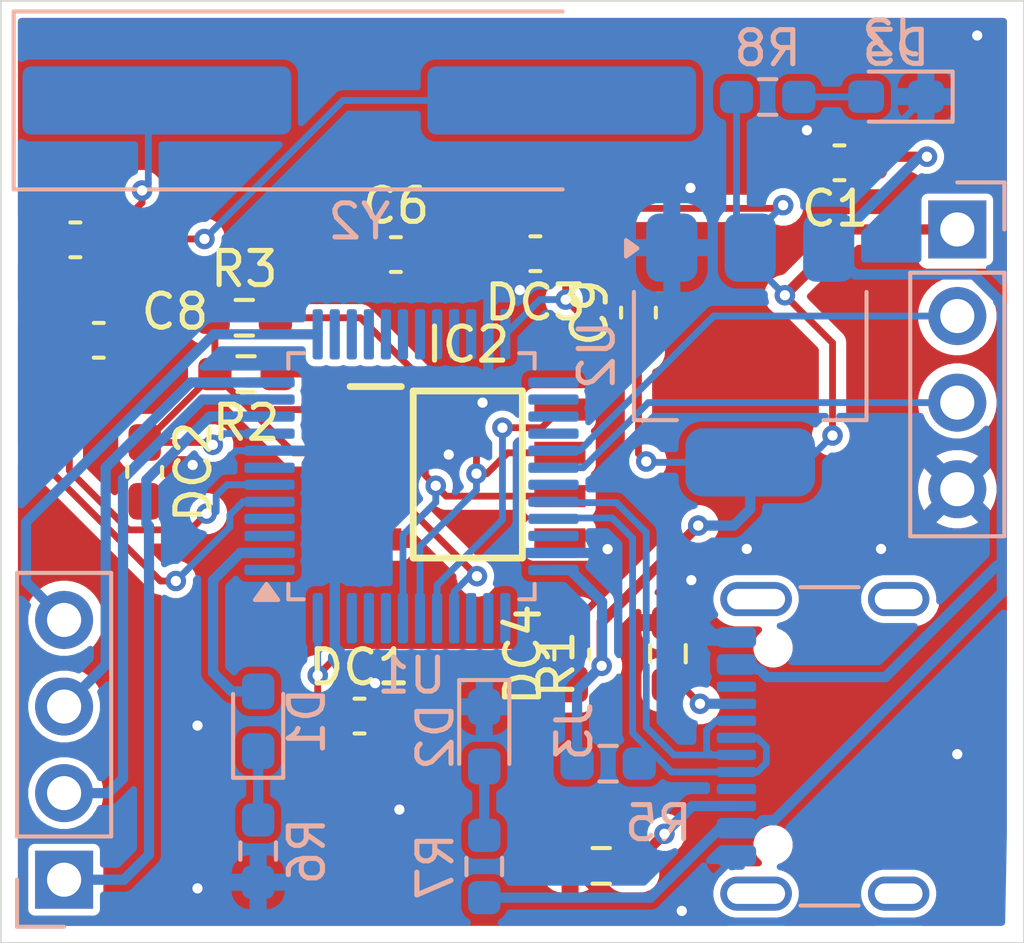
<source format=kicad_pcb>
(kicad_pcb (version 20241229) (generator "pcbnew") (generator_version "9.0")
  (layers (0 "F.Cu" signal) (2 "B.Cu" signal) (13 "F.Paste" user) (15 "B.Paste" user) (5 "F.SilkS" user "F.Silkscreen") (7 "B.SilkS" user "B.Silkscreen") (1 "F.Mask" user) (3 "B.Mask" user) (25 "Edge.Cuts" user))
  (net 0 "")
  (net 1 "GND")
  (net 2 "VBUS")
  (net 3 "VDD_c")
  (net 4 "OSC_IN")
  (net 5 "OSC_OUT")
  (net 6 "LED")
  (net 7 "Net-(D1-K)")
  (net 8 "Net-(D2-A)")
  (net 9 "OUT")
  (net 10 "DIR")
  (net 11 "SCL_ENC")
  (net 13 "SDA_ENC")
  (net 14 "SWCLK")
  (net 15 "SWDIO")
  (net 17 "USB_D+")
  (net 18 "USB_D-")
  (net 19 "Net-(J3-CC1)")
  (net 20 "Net-(J3-CC2)")
  (net 51 "Net-(D3-A)")
  (net 52 "DP2")
  (net 53 "DP4")
  (net 54 "DP1")
  (net 55 "DP3")
  (footprint "Capacitor_SMD:C_0603_1608Metric_Pad1.08x0.95mm_HandSolder" (layer "F.Cu") (at 144.0688 70.0278 180)
    (property "Reference" "C1" (at 0.1259 -1.3462 0) (layer "F.SilkS"))
    (property "Value" "10u")
    (pad "1" smd roundrect (at -0.8625 0 180) (size 1.075 0.95) (layers "F.Cu" "F.Mask" "F.Paste") (net 2 "VBUS"))
    (pad "2" smd roundrect (at 0.8625 0 180) (size 1.075 0.95) (layers "F.Cu" "F.Mask" "F.Paste") (net 1 "GND"))
  )
  (footprint "customs:SOIC127P600X175-8N" (layer "F.Cu") (at 133.1722 79.1718)
    (property "Reference" "IC2" (at 0 -3.81 0) (layer "F.SilkS"))
    (property "Value" "AS5600-ASOT")
    (pad "1" smd rect (at -2.7 -1.905) (size 1.5 0.65) (layers "F.Cu" "F.Mask" "F.Paste") (net 3 "VDD_c"))
    (pad "2" smd rect (at -2.7 -0.635) (size 1.5 0.65) (layers "F.Cu" "F.Mask" "F.Paste") (net 3 "VDD_c"))
    (pad "3" smd rect (at -2.7 0.635) (size 1.5 0.65) (layers "F.Cu" "F.Mask" "F.Paste") (net 9 "OUT"))
    (pad "4" smd rect (at -2.7 1.905) (size 1.5 0.65) (layers "F.Cu" "F.Mask" "F.Paste") (net 1 "GND"))
    (pad "5" smd rect (at 2.7 1.905) (size 1.5 0.65) (layers "F.Cu" "F.Mask" "F.Paste"))
    (pad "6" smd rect (at 2.7 0.635) (size 1.5 0.65) (layers "F.Cu" "F.Mask" "F.Paste") (net 13 "SDA_ENC"))
    (pad "7" smd rect (at 2.7 -0.635) (size 1.5 0.65) (layers "F.Cu" "F.Mask" "F.Paste") (net 11 "SCL_ENC"))
    (pad "8" smd rect (at 2.7 -1.905) (size 1.5 0.65) (layers "F.Cu" "F.Mask" "F.Paste") (net 10 "DIR"))
  )
  (footprint "Capacitor_SMD:C_0603_1608Metric_Pad1.08x0.95mm_HandSolder" (layer "F.Cu") (at 123.698 79.0956 -90)
    (property "Reference" "DC2" (at 0 -1.43 90) (layer "F.SilkS"))
    (property "Value" "100n")
    (pad "1" smd roundrect (at -0.8625 0 270) (size 1.075 0.95) (layers "F.Cu" "F.Mask" "F.Paste") (net 3 "VDD_c"))
    (pad "2" smd roundrect (at 0.8625 0 270) (size 1.075 0.95) (layers "F.Cu" "F.Mask" "F.Paste") (net 1 "GND"))
  )
  (footprint "Capacitor_SMD:C_0603_1608Metric_Pad1.08x0.95mm_HandSolder" (layer "F.Cu") (at 136.2202 84.455 90)
    (property "Reference" "DC4" (at 0 -1.43 90) (layer "F.SilkS"))
    (property "Value" "100n")
    (pad "1" smd roundrect (at -0.8625 0 90) (size 1.075 0.95) (layers "F.Cu" "F.Mask" "F.Paste") (net 3 "VDD_c"))
    (pad "2" smd roundrect (at 0.8625 0 90) (size 1.075 0.95) (layers "F.Cu" "F.Mask" "F.Paste") (net 1 "GND"))
  )
  (footprint "Capacitor_SMD:C_0603_1608Metric_Pad1.08x0.95mm_HandSolder" (layer "F.Cu") (at 121.666 72.2884 180)
    (property "Reference" "C7" (hide yes))
    (property "Value" "22p")
    (pad "1" smd roundrect (at -0.8625 0 180) (size 1.075 0.95) (layers "F.Cu" "F.Mask" "F.Paste") (net 4 "OSC_IN"))
    (pad "2" smd roundrect (at 0.8625 0 180) (size 1.075 0.95) (layers "F.Cu" "F.Mask" "F.Paste") (net 1 "GND"))
  )
  (footprint "Capacitor_SMD:C_0603_1608Metric_Pad1.08x0.95mm_HandSolder" (layer "F.Cu") (at 135.1534 72.6948 180)
    (property "Reference" "DC3" (at 0 -1.43 0) (layer "F.SilkS"))
    (property "Value" "100n")
    (pad "1" smd roundrect (at -0.8625 0 180) (size 1.075 0.95) (layers "F.Cu" "F.Mask" "F.Paste") (net 3 "VDD_c"))
    (pad "2" smd roundrect (at 0.8625 0 180) (size 1.075 0.95) (layers "F.Cu" "F.Mask" "F.Paste") (net 1 "GND"))
  )
  (footprint "Capacitor_SMD:C_0603_1608Metric_Pad1.08x0.95mm_HandSolder" (layer "F.Cu") (at 122.3529 75.2348)
    (property "Reference" "C8" (at 2.2341 -0.8382 0) (layer "F.SilkS"))
    (property "Value" "22p" (hide yes))
    (pad "1" smd roundrect (at -0.8625 0) (size 1.075 0.95) (layers "F.Cu" "F.Mask" "F.Paste") (net 5 "OSC_OUT"))
    (pad "2" smd roundrect (at 0.8625 0) (size 1.075 0.95) (layers "F.Cu" "F.Mask" "F.Paste") (net 1 "GND"))
  )
  (footprint "Capacitor_SMD:C_0603_1608Metric_Pad1.08x0.95mm_HandSolder" (layer "F.Cu") (at 131.064 72.7202)
    (property "Reference" "C6" (at 0 -1.43 0) (layer "F.SilkS"))
    (property "Value" "100n" (hide yes))
    (pad "1" smd roundrect (at -0.8625 0) (size 1.075 0.95) (layers "F.Cu" "F.Mask" "F.Paste") (net 3 "VDD_c"))
    (pad "2" smd roundrect (at 0.8625 0) (size 1.075 0.95) (layers "F.Cu" "F.Mask" "F.Paste") (net 1 "GND"))
  )
  (footprint "Resistor_SMD:R_0603_1608Metric_Pad0.98x0.95mm_HandSolder" (layer "F.Cu") (at 139.0396 84.4296 -90)
    (property "Reference" "R1" (at 0.3048 3.269 90) (layer "F.SilkS"))
    (property "Value" "5k1")
    (pad "1" smd roundrect (at -0.9125 0 270) (size 0.975 0.95) (layers "F.Cu" "F.Mask" "F.Paste") (net 1 "GND"))
    (pad "2" smd roundrect (at 0.9125 0 270) (size 0.975 0.95) (layers "F.Cu" "F.Mask" "F.Paste") (net 19 "Net-(J3-CC1)"))
  )
  (footprint "Capacitor_SMD:C_0603_1608Metric_Pad1.08x0.95mm_HandSolder" (layer "F.Cu") (at 138.176 74.4231 90)
    (property "Reference" "C9" (at 0 -1.43 90) (layer "F.SilkS"))
    (property "Value" "10u")
    (pad "1" smd roundrect (at -0.8625 0 90) (size 1.075 0.95) (layers "F.Cu" "F.Mask" "F.Paste") (net 3 "VDD_c"))
    (pad "2" smd roundrect (at 0.8625 0 90) (size 1.075 0.95) (layers "F.Cu" "F.Mask" "F.Paste") (net 1 "GND"))
  )
  (footprint "Capacitor_SMD:C_0603_1608Metric_Pad1.08x0.95mm_HandSolder" (layer "F.Cu") (at 129.9972 86.2584)
    (property "Reference" "DC1" (at 0 -1.43 0) (layer "F.SilkS"))
    (property "Value" "100n")
    (pad "1" smd roundrect (at -0.8625 0) (size 1.075 0.95) (layers "F.Cu" "F.Mask" "F.Paste") (net 3 "VDD_c"))
    (pad "2" smd roundrect (at 0.8625 0) (size 1.075 0.95) (layers "F.Cu" "F.Mask" "F.Paste") (net 1 "GND"))
  )
  (footprint "Resistor_SMD:R_0603_1608Metric_Pad0.98x0.95mm_HandSolder" (layer "F.Cu") (at 126.6698 76.2254 180)
    (property "Reference" "R2" (at 0 -1.43 0) (layer "F.SilkS"))
    (property "Value" "4.7k")
    (pad "1" smd roundrect (at -0.9125 0 180) (size 0.975 0.95) (layers "F.Cu" "F.Mask" "F.Paste") (net 13 "SDA_ENC"))
    (pad "2" smd roundrect (at 0.9125 0 180) (size 0.975 0.95) (layers "F.Cu" "F.Mask" "F.Paste") (net 3 "VDD_c"))
  )
  (footprint "Resistor_SMD:R_0603_1608Metric_Pad0.98x0.95mm_HandSolder" (layer "F.Cu") (at 137.0838 90.6526)
    (property "Reference" "R4" (hide yes))
    (property "Value" "5k1")
    (pad "1" smd roundrect (at -0.9125 0) (size 0.975 0.95) (layers "F.Cu" "F.Mask" "F.Paste") (net 1 "GND"))
    (pad "2" smd roundrect (at 0.9125 0) (size 0.975 0.95) (layers "F.Cu" "F.Mask" "F.Paste") (net 20 "Net-(J3-CC2)"))
  )
  (footprint "Resistor_SMD:R_0603_1608Metric_Pad0.98x0.95mm_HandSolder" (layer "F.Cu") (at 126.619 74.5744)
    (property "Reference" "R3" (at 0 -1.43 0) (layer "F.SilkS"))
    (property "Value" "4.7k")
    (pad "1" smd roundrect (at -0.9125 0) (size 0.975 0.95) (layers "F.Cu" "F.Mask" "F.Paste") (net 3 "VDD_c"))
    (pad "2" smd roundrect (at 0.9125 0) (size 0.975 0.95) (layers "F.Cu" "F.Mask" "F.Paste") (net 11 "SCL_ENC"))
  )
  (footprint "LED_SMD:LED_0603_1608Metric_Pad1.05x0.95mm_HandSolder" (layer "B.Cu") (at 145.7275 68.0874 180)
    (property "Reference" "D3" (at 0 1.43 0) (layer "B.SilkS") (effects (justify mirror)))
    (property "Value" "LED")
    (pad "1" smd roundrect (at -0.875 0 180) (size 1.05 0.95) (layers "B.Cu" "B.Mask" "B.Paste") (net 1 "GND"))
    (pad "2" smd roundrect (at 0.875 0 180) (size 1.05 0.95) (layers "B.Cu" "B.Mask" "B.Paste") (net 51 "Net-(D3-A)"))
  )
  (footprint "LED_SMD:LED_0603_1608Metric_Pad1.05x0.95mm_HandSolder" (layer "B.Cu") (at 127.0254 86.4089 90)
    (property "Reference" "D1" (at 0 1.43 90) (layer "B.SilkS") (effects (justify mirror)))
    (property "Value" "LED")
    (pad "1" smd roundrect (at -0.875 0 90) (size 1.05 0.95) (layers "B.Cu" "B.Mask" "B.Paste") (net 7 "Net-(D1-K)"))
    (pad "2" smd roundrect (at 0.875 0 90) (size 1.05 0.95) (layers "B.Cu" "B.Mask" "B.Paste") (net 6 "LED"))
  )
  (footprint "Package_TO_SOT_SMD:SOT-223-3_TabPin2" (layer "B.Cu") (at 141.4526 75.6666 -90)
    (property "Reference" "U2" (at 0 4.5 90) (layer "B.SilkS") (effects (justify mirror)))
    (property "Value" "AMS1117-3.3")
    (pad "1" smd roundrect (at -3.15 2.3 270) (size 2 1.5) (layers "B.Cu" "B.Mask" "B.Paste") (net 1 "GND"))
    (pad "2" smd roundrect (at -3.15 0 270) (size 2 1.5) (layers "B.Cu" "B.Mask" "B.Paste") (net 3 "VDD_c"))
    (pad "2" smd roundrect (at 3.15 0 270) (size 2 3.8) (layers "B.Cu" "B.Mask" "B.Paste") (net 3 "VDD_c"))
    (pad "3" smd roundrect (at -3.15 -2.3 270) (size 2 1.5) (layers "B.Cu" "B.Mask" "B.Paste") (net 2 "VBUS"))
  )
  (footprint "Resistor_SMD:R_0603_1608Metric_Pad0.98x0.95mm_HandSolder" (layer "B.Cu") (at 133.6548 90.67135 -90)
    (property "Reference" "R7" (at 0 1.43 90) (layer "B.SilkS") (effects (justify mirror)))
    (property "Value" "1k5")
    (pad "1" smd roundrect (at -0.9125 0 270) (size 0.975 0.95) (layers "B.Cu" "B.Mask" "B.Paste") (net 8 "Net-(D2-A)"))
    (pad "2" smd roundrect (at 0.9125 0 270) (size 0.975 0.95) (layers "B.Cu" "B.Mask" "B.Paste") (net 2 "VBUS"))
  )
  (footprint "Connector_PinHeader_2.54mm:PinHeader_1x04_P2.54mm_Vertical" (layer "B.Cu") (at 121.3358 91.059)
    (property "Reference" "J1" (hide yes))
    (property "Value" "Dummy Pins")
    (pad "1" thru_hole rect (at 0 0) (size 1.7 1.7) (drill 1) (layers "*.Cu" "*.Mask") (net 54 "DP1"))
    (pad "2" thru_hole circle (at 0 -2.54) (size 1.7 1.7) (drill 1) (layers "*.Cu" "*.Mask") (net 52 "DP2"))
    (pad "3" thru_hole circle (at 0 -5.08) (size 1.7 1.7) (drill 1) (layers "*.Cu" "*.Mask") (net 55 "DP3"))
    (pad "4" thru_hole circle (at 0 -7.62) (size 1.7 1.7) (drill 1) (layers "*.Cu" "*.Mask") (net 53 "DP4"))
  )
  (footprint "Connector_PinHeader_2.54mm:PinHeader_1x04_P2.54mm_Vertical" (layer "B.Cu") (at 147.5232 71.9836 180)
    (property "Reference" "J2" (at 1.9304 5.6058 0) (layer "B.SilkS") (effects (justify mirror)))
    (property "Value" "Debugger")
    (pad "1" thru_hole rect (at 0 0 180) (size 1.7 1.7) (drill 1) (layers "*.Cu" "*.Mask") (net 3 "VDD_c"))
    (pad "2" thru_hole circle (at 0 -2.54 180) (size 1.7 1.7) (drill 1) (layers "*.Cu" "*.Mask") (net 15 "SWDIO"))
    (pad "3" thru_hole circle (at 0 -5.08 180) (size 1.7 1.7) (drill 1) (layers "*.Cu" "*.Mask") (net 14 "SWCLK"))
    (pad "4" thru_hole circle (at 0 -7.62 180) (size 1.7 1.7) (drill 1) (layers "*.Cu" "*.Mask") (net 1 "GND"))
  )
  (footprint "Crystal:Crystal_SMD_HC49-SD_HandSoldering" (layer "B.Cu") (at 129.9911 68.199)
    (property "Reference" "Y2" (at 0 3.55 0) (layer "B.SilkS") (effects (justify mirror)))
    (property "Value" "Crystal")
    (pad "1" smd roundrect (at -5.9375 0) (size 7.875 2) (layers "B.Cu" "B.Mask" "B.Paste") (roundrect_rratio 0.125) (net 4 "OSC_IN"))
    (pad "2" smd roundrect (at 5.9375 0) (size 7.875 2) (layers "B.Cu" "B.Mask" "B.Paste") (roundrect_rratio 0.125) (net 5 "OSC_OUT"))
  )
  (footprint "Resistor_SMD:R_0603_1608Metric_Pad0.98x0.95mm_HandSolder" (layer "B.Cu") (at 127.0254 90.2189 90)
    (property "Reference" "R6" (at 0 1.43 90) (layer "B.SilkS") (effects (justify mirror)))
    (property "Value" "1k")
    (pad "1" smd roundrect (at -0.9125 0 90) (size 0.975 0.95) (layers "B.Cu" "B.Mask" "B.Paste") (net 1 "GND"))
    (pad "2" smd roundrect (at 0.9125 0 90) (size 0.975 0.95) (layers "B.Cu" "B.Mask" "B.Paste") (net 7 "Net-(D1-K)"))
  )
  (footprint "Package_QFP:LQFP-48_7x7mm_P0.5mm" (layer "B.Cu") (at 131.5212 79.2226)
    (property "Reference" "U1" (at 0 5.85 0) (layer "B.SilkS") (effects (justify mirror)))
    (property "Value" "STM32F103C8Tx")
    (pad "1" smd roundrect (at -4.1625 2.75) (size 1.475 0.3) (layers "B.Cu" "B.Mask" "B.Paste"))
    (pad "2" smd roundrect (at -4.1625 2.25) (size 1.475 0.3) (layers "B.Cu" "B.Mask" "B.Paste") (net 6 "LED"))
    (pad "3" smd roundrect (at -4.1625 1.75) (size 1.475 0.3) (layers "B.Cu" "B.Mask" "B.Paste"))
    (pad "4" smd roundrect (at -4.1625 1.25) (size 1.475 0.3) (layers "B.Cu" "B.Mask" "B.Paste"))
    (pad "5" smd roundrect (at -4.1625 0.75) (size 1.475 0.3) (layers "B.Cu" "B.Mask" "B.Paste") (net 4 "OSC_IN"))
    (pad "6" smd roundrect (at -4.1625 0.25) (size 1.475 0.3) (layers "B.Cu" "B.Mask" "B.Paste") (net 5 "OSC_OUT"))
    (pad "7" smd roundrect (at -4.1625 -0.25) (size 1.475 0.3) (layers "B.Cu" "B.Mask" "B.Paste"))
    (pad "8" smd roundrect (at -4.1625 -0.75) (size 1.475 0.3) (layers "B.Cu" "B.Mask" "B.Paste") (net 1 "GND"))
    (pad "9" smd roundrect (at -4.1625 -1.25) (size 1.475 0.3) (layers "B.Cu" "B.Mask" "B.Paste") (net 3 "VDD_c"))
    (pad "10" smd roundrect (at -4.1625 -1.75) (size 1.475 0.3) (layers "B.Cu" "B.Mask" "B.Paste") (net 54 "DP1"))
    (pad "11" smd roundrect (at -4.1625 -2.25) (size 1.475 0.3) (layers "B.Cu" "B.Mask" "B.Paste") (net 52 "DP2"))
    (pad "12" smd roundrect (at -4.1625 -2.75) (size 1.475 0.3) (layers "B.Cu" "B.Mask" "B.Paste") (net 55 "DP3"))
    (pad "13" smd roundrect (at -2.75 -4.1625) (size 0.3 1.475) (layers "B.Cu" "B.Mask" "B.Paste") (net 53 "DP4"))
    (pad "14" smd roundrect (at -2.25 -4.1625) (size 0.3 1.475) (layers "B.Cu" "B.Mask" "B.Paste"))
    (pad "15" smd roundrect (at -1.75 -4.1625) (size 0.3 1.475) (layers "B.Cu" "B.Mask" "B.Paste"))
    (pad "16" smd roundrect (at -1.25 -4.1625) (size 0.3 1.475) (layers "B.Cu" "B.Mask" "B.Paste"))
    (pad "17" smd roundrect (at -0.75 -4.1625) (size 0.3 1.475) (layers "B.Cu" "B.Mask" "B.Paste"))
    (pad "18" smd roundrect (at -0.25 -4.1625) (size 0.3 1.475) (layers "B.Cu" "B.Mask" "B.Paste"))
    (pad "19" smd roundrect (at 0.25 -4.1625) (size 0.3 1.475) (layers "B.Cu" "B.Mask" "B.Paste"))
    (pad "20" smd roundrect (at 0.75 -4.1625) (size 0.3 1.475) (layers "B.Cu" "B.Mask" "B.Paste"))
    (pad "21" smd roundrect (at 1.25 -4.1625) (size 0.3 1.475) (layers "B.Cu" "B.Mask" "B.Paste"))
    (pad "22" smd roundrect (at 1.75 -4.1625) (size 0.3 1.475) (layers "B.Cu" "B.Mask" "B.Paste"))
    (pad "23" smd roundrect (at 2.25 -4.1625) (size 0.3 1.475) (layers "B.Cu" "B.Mask" "B.Paste") (net 1 "GND"))
    (pad "24" smd roundrect (at 2.75 -4.1625) (size 0.3 1.475) (layers "B.Cu" "B.Mask" "B.Paste") (net 3 "VDD_c"))
    (pad "25" smd roundrect (at 4.1625 -2.75) (size 1.475 0.3) (layers "B.Cu" "B.Mask" "B.Paste"))
    (pad "26" smd roundrect (at 4.1625 -2.25) (size 1.475 0.3) (layers "B.Cu" "B.Mask" "B.Paste"))
    (pad "27" smd roundrect (at 4.1625 -1.75) (size 1.475 0.3) (layers "B.Cu" "B.Mask" "B.Paste"))
    (pad "28" smd roundrect (at 4.1625 -1.25) (size 1.475 0.3) (layers "B.Cu" "B.Mask" "B.Paste"))
    (pad "29" smd roundrect (at 4.1625 -0.75) (size 1.475 0.3) (layers "B.Cu" "B.Mask" "B.Paste") (net 15 "SWDIO"))
    (pad "30" smd roundrect (at 4.1625 -0.25) (size 1.475 0.3) (layers "B.Cu" "B.Mask" "B.Paste") (net 14 "SWCLK"))
    (pad "31" smd roundrect (at 4.1625 0.25) (size 1.475 0.3) (layers "B.Cu" "B.Mask" "B.Paste"))
    (pad "32" smd roundrect (at 4.1625 0.75) (size 1.475 0.3) (layers "B.Cu" "B.Mask" "B.Paste") (net 18 "USB_D-"))
    (pad "33" smd roundrect (at 4.1625 1.25) (size 1.475 0.3) (layers "B.Cu" "B.Mask" "B.Paste") (net 17 "USB_D+"))
    (pad "34" smd roundrect (at 4.1625 1.75) (size 1.475 0.3) (layers "B.Cu" "B.Mask" "B.Paste"))
    (pad "35" smd roundrect (at 4.1625 2.25) (size 1.475 0.3) (layers "B.Cu" "B.Mask" "B.Paste") (net 1 "GND"))
    (pad "36" smd roundrect (at 4.1625 2.75) (size 1.475 0.3) (layers "B.Cu" "B.Mask" "B.Paste") (net 3 "VDD_c"))
    (pad "37" smd roundrect (at 2.75 4.1625) (size 0.3 1.475) (layers "B.Cu" "B.Mask" "B.Paste"))
    (pad "38" smd roundrect (at 2.25 4.1625) (size 0.3 1.475) (layers "B.Cu" "B.Mask" "B.Paste"))
    (pad "39" smd roundrect (at 1.75 4.1625) (size 0.3 1.475) (layers "B.Cu" "B.Mask" "B.Paste"))
    (pad "40" smd roundrect (at 1.25 4.1625) (size 0.3 1.475) (layers "B.Cu" "B.Mask" "B.Paste") (net 9 "OUT"))
    (pad "41" smd roundrect (at 0.75 4.1625) (size 0.3 1.475) (layers "B.Cu" "B.Mask" "B.Paste") (net 10 "DIR"))
    (pad "42" smd roundrect (at 0.25 4.1625) (size 0.3 1.475) (layers "B.Cu" "B.Mask" "B.Paste") (net 11 "SCL_ENC"))
    (pad "43" smd roundrect (at -0.25 4.1625) (size 0.3 1.475) (layers "B.Cu" "B.Mask" "B.Paste") (net 13 "SDA_ENC"))
    (pad "44" smd roundrect (at -0.75 4.1625) (size 0.3 1.475) (layers "B.Cu" "B.Mask" "B.Paste"))
    (pad "45" smd roundrect (at -1.25 4.1625) (size 0.3 1.475) (layers "B.Cu" "B.Mask" "B.Paste"))
    (pad "46" smd roundrect (at -1.75 4.1625) (size 0.3 1.475) (layers "B.Cu" "B.Mask" "B.Paste"))
    (pad "47" smd roundrect (at -2.25 4.1625) (size 0.3 1.475) (layers "B.Cu" "B.Mask" "B.Paste") (net 1 "GND"))
    (pad "48" smd roundrect (at -2.75 4.1625) (size 0.3 1.475) (layers "B.Cu" "B.Mask" "B.Paste") (net 3 "VDD_c"))
  )
  (footprint "LED_SMD:LED_0603_1608Metric_Pad1.05x0.95mm_HandSolder" (layer "B.Cu") (at 133.6548 86.86135 -90)
    (property "Reference" "D2" (at 0 1.43 90) (layer "B.SilkS") (effects (justify mirror)))
    (property "Value" "LED")
    (pad "1" smd roundrect (at -0.875 0 270) (size 1.05 0.95) (layers "B.Cu" "B.Mask" "B.Paste") (net 1 "GND"))
    (pad "2" smd roundrect (at 0.875 0 270) (size 1.05 0.95) (layers "B.Cu" "B.Mask" "B.Paste") (net 8 "Net-(D2-A)"))
  )
  (footprint "Resistor_SMD:R_0603_1608Metric_Pad0.98x0.95mm_HandSolder" (layer "B.Cu") (at 141.9625 68.0974 180)
    (property "Reference" "R8" (at 0 1.43 0) (layer "B.SilkS") (effects (justify mirror)))
    (property "Value" "1k")
    (pad "1" smd roundrect (at -0.9125 0 180) (size 0.975 0.95) (layers "B.Cu" "B.Mask" "B.Paste") (net 51 "Net-(D3-A)"))
    (pad "2" smd roundrect (at 0.9125 0 180) (size 0.975 0.95) (layers "B.Cu" "B.Mask" "B.Paste") (net 3 "VDD_c"))
  )
  (footprint "Resistor_SMD:R_0603_1608Metric_Pad0.98x0.95mm_HandSolder" (layer "B.Cu") (at 137.287 87.6554 180)
    (property "Reference" "R5" (at -1.4732 -1.745 0) (layer "B.SilkS") (effects (justify mirror)))
    (property "Value" "1k5")
    (pad "1" smd roundrect (at -0.9125 0 180) (size 0.975 0.95) (layers "B.Cu" "B.Mask" "B.Paste") (net 17 "USB_D+"))
    (pad "2" smd roundrect (at 0.9125 0 180) (size 0.975 0.95) (layers "B.Cu" "B.Mask" "B.Paste") (net 3 "VDD_c"))
  )
  (footprint "Connector_USB:USB_C_Receptacle_GCT_USB4105-xx-A_16P_TopMnt_Horizontal" (layer "B.Cu") (at 144.7292 87.1474 -90)
    (property "Reference" "J3" (at -0.4445 8.4363 90) (layer "B.SilkS") (effects (justify mirror)))
    (property "Value" "USB_C")
    (pad "" np_thru_hole circle (at -2.89 2.605 270) (size 0.65 0.65) (drill 0.65) (layers "*.Cu" "*.Mask"))
    (pad "" np_thru_hole circle (at 2.89 2.605 270) (size 0.65 0.65) (drill 0.65) (layers "*.Cu" "*.Mask"))
    (pad "A1" smd roundrect (at -3.2 3.68 270) (size 0.6 1.15) (layers "B.Cu" "B.Mask" "B.Paste") (net 1 "GND"))
    (pad "A4" smd roundrect (at -2.4 3.68 270) (size 0.6 1.15) (layers "B.Cu" "B.Mask" "B.Paste") (net 2 "VBUS"))
    (pad "A5" smd roundrect (at -1.25 3.68 270) (size 0.3 1.15) (layers "B.Cu" "B.Mask" "B.Paste") (net 19 "Net-(J3-CC1)"))
    (pad "A6" smd roundrect (at -0.25 3.68 270) (size 0.3 1.15) (layers "B.Cu" "B.Mask" "B.Paste") (net 17 "USB_D+"))
    (pad "A7" smd roundrect (at 0.25 3.68 270) (size 0.3 1.15) (layers "B.Cu" "B.Mask" "B.Paste") (net 18 "USB_D-"))
    (pad "A8" smd roundrect (at 1.25 3.68 270) (size 0.3 1.15) (layers "B.Cu" "B.Mask" "B.Paste"))
    (pad "A9" smd roundrect (at 2.4 3.68 270) (size 0.6 1.15) (layers "B.Cu" "B.Mask" "B.Paste") (net 2 "VBUS"))
    (pad "A12" smd roundrect (at 3.2 3.68 270) (size 0.6 1.15) (layers "B.Cu" "B.Mask" "B.Paste") (net 1 "GND"))
    (pad "B1" smd roundrect (at 3.2 3.68 270) (size 0.6 1.15) (layers "B.Cu" "B.Mask" "B.Paste") (net 1 "GND"))
    (pad "B4" smd roundrect (at 2.4 3.68 270) (size 0.6 1.15) (layers "B.Cu" "B.Mask" "B.Paste") (net 2 "VBUS"))
    (pad "B5" smd roundrect (at 1.75 3.68 270) (size 0.3 1.15) (layers "B.Cu" "B.Mask" "B.Paste") (net 20 "Net-(J3-CC2)"))
    (pad "B6" smd roundrect (at 0.75 3.68 270) (size 0.3 1.15) (layers "B.Cu" "B.Mask" "B.Paste") (net 17 "USB_D+"))
    (pad "B7" smd roundrect (at -0.75 3.68 270) (size 0.3 1.15) (layers "B.Cu" "B.Mask" "B.Paste") (net 18 "USB_D-"))
    (pad "B8" smd roundrect (at -1.75 3.68 270) (size 0.3 1.15) (layers "B.Cu" "B.Mask" "B.Paste"))
    (pad "B9" smd roundrect (at -2.4 3.68 270) (size 0.6 1.15) (layers "B.Cu" "B.Mask" "B.Paste") (net 2 "VBUS"))
    (pad "B12" smd roundrect (at -3.2 3.68 270) (size 0.6 1.15) (layers "B.Cu" "B.Mask" "B.Paste") (net 1 "GND"))
    (pad "S1" thru_hole oval (at -4.32 -1.075 270) (size 1 1.8) (drill oval 0.6 1.4) (property pad_prop_heatsink) (layers "*.Cu" "*.Mask" "B.Paste"))
    (pad "S1" thru_hole oval (at -4.32 3.105 270) (size 1 2.1) (drill oval 0.6 1.7) (property pad_prop_heatsink) (layers "*.Cu" "*.Mask" "B.Paste"))
    (pad "S1" thru_hole oval (at 4.32 -1.075 270) (size 1 1.8) (drill oval 0.6 1.4) (property pad_prop_heatsink) (layers "*.Cu" "*.Mask" "B.Paste"))
    (pad "S1" thru_hole oval (at 4.32 3.105 270) (size 1 2.1) (drill oval 0.6 1.7) (property pad_prop_heatsink) (layers "*.Cu" "*.Mask" "B.Paste"))
  )
  (gr_rect (start 119.4816 65.278) (end 149.479 92.9132) (stroke (width 0.05)) (fill no) (layer "Edge.Cuts"))
  (segment (start 134.2655 72.7202) (end 134.2909 72.6948) (width 0.2) (layer "F.Cu") (net 1))
  (segment (start 136.2202 83.5925) (end 137.9474 81.8653) (width 0.2) (layer "F.Cu") (net 1))
  (segment (start 139.446 91.9734) (end 137.4921 91.9734) (width 0.2) (layer "F.Cu") (net 1))
  (segment (start 130.4544 85.8531) (end 130.8597 86.2584) (width 0.2) (layer "F.Cu") (net 1))
  (segment (start 134.6962 73.7616) (end 134.6962 73.1001) (width 0.2) (layer "F.Cu") (net 1))
  (segment (start 125.105744 79.313456) (end 124.4611 79.9581) (width 0.2) (layer "F.Cu") (net 1))
  (segment (start 139.7254 82.2706) (end 139.7254 82.8313) (width 0.3) (layer "F.Cu") (net 1))
  (segment (start 125.105744 78.891695) (end 125.105744 79.313456) (width 0.2) (layer "F.Cu") (net 1))
  (segment (start 136.2202 83.5925) (end 136.2202 83.566) (width 0.2) (layer "F.Cu") (net 1))
  (segment (start 134.6962 73.1001) (end 134.2909 72.6948) (width 0.2) (layer "F.Cu") (net 1))
  (segment (start 136.2202 83.566) (end 136.2456 83.5406) (width 0.2) (layer "F.Cu") (net 1))
  (segment (start 137.4921 91.9734) (end 136.1713 90.6526) (width 0.2) (layer "F.Cu") (net 1))
  (segment (start 124.4611 79.9581) (end 123.698 79.9581) (width 0.2) (layer "F.Cu") (net 1))
  (segment (start 131.9265 72.7202) (end 134.2655 72.7202) (width 0.2) (layer "F.Cu") (net 1))
  (segment (start 143.114479 69.935979) (end 143.2063 70.0278) (width 0.2) (layer "F.Cu") (net 1))
  (segment (start 139.7254 82.8313) (end 139.0396 83.5171) (width 0.3) (layer "F.Cu") (net 1))
  (segment (start 137.9474 81.8653) (end 137.9474 81.4832) (width 0.2) (layer "F.Cu") (net 1))
  (segment (start 137.392799 81.4832) (end 137.271104 81.361505) (width 0.2) (layer "F.Cu") (net 1))
  (segment (start 137.9474 81.4832) (end 137.392799 81.4832) (width 0.2) (layer "F.Cu") (net 1))
  (via (at 139.7254 82.2706) (size 0.6) (drill 0.3) (layers "F.Cu" "B.Cu") (net 1))
  (via (at 134.6962 73.7616) (size 0.6) (drill 0.3) (layers "F.Cu" "B.Cu") (net 1))
  (via (at 147.5232 87.376) (size 0.6) (drill 0.3) (layers "F.Cu" "B.Cu") (net 1))
  (via (at 130.4544 85.2932) (size 0.6) (drill 0.3) (layers "F.Cu" "B.Cu") (net 1))
  (via (at 125.2474 91.313) (size 0.6) (drill 0.3) (layers "F.Cu" "B.Cu") (net 1))
  (via (at 139.7 70.7644) (size 0.6) (drill 0.3) (layers "F.Cu" "B.Cu") (net 1))
  (via (at 139.446 91.9734) (size 0.6) (drill 0.3) (layers "F.Cu" "B.Cu") (net 1))
  (via (at 132.6134 78.5876) (size 0.6) (drill 0.3) (layers "F.Cu" "B.Cu") (net 1))
  (via (at 143.114479 69.0724) (size 0.6) (drill 0.3) (layers "F.Cu" "B.Cu") (net 1))
  (via (at 125.105744 78.891695) (size 0.6) (drill 0.3) (layers "F.Cu" "B.Cu") (net 1))
  (via (at 141.351 81.3562) (size 0.6) (drill 0.3) (layers "F.Cu" "B.Cu") (net 1))
  (via (at 131.1656 89.0016) (size 0.6) (drill 0.3) (layers "F.Cu" "B.Cu") (net 1))
  (via (at 125.2474 86.5378) (size 0.6) (drill 0.3) (layers "F.Cu" "B.Cu") (net 1))
  (via (at 133.604 77.0636) (size 0.6) (drill 0.3) (layers "F.Cu" "B.Cu") (net 1))
  (via (at 148.1074 66.294) (size 0.6) (drill 0.3) (layers "F.Cu" "B.Cu") (net 1))
  (via (at 145.288 81.3562) (size 0.6) (drill 0.3) (layers "F.Cu" "B.Cu") (net 1))
  (via (at 137.271104 81.361505) (size 0.6) (drill 0.3) (layers "F.Cu" "B.Cu") (net 1))
  (segment (start 139.7254 83.198599) (end 139.7254 82.2706) (width 0.3) (layer "B.Cu") (net 1))
  (segment (start 125.115569 78.90152) (end 125.105744 78.891695) (width 0.2) (layer "B.Cu") (net 1))
  (segment (start 141.0492 90.3474) (end 139.446 91.9506) (width 0.2) (layer "B.Cu") (net 1))
  (segment (start 133.7712 74.288776) (end 134.298376 73.7616) (width 0.2) (layer "B.Cu") (net 1))
  (segment (start 137.271104 81.361505) (end 137.160009 81.4726) (width 0.2) (layer "B.Cu") (net 1))
  (segment (start 134.298376 73.7616) (end 134.6962 73.7616) (width 0.2) (layer "B.Cu") (net 1))
  (segment (start 146.6025 68.0874) (end 145.6175 69.0724) (width 0.2) (layer "B.Cu") (net 1))
  (segment (start 139.7 71.9692) (end 139.1526 72.5166) (width 0.2) (layer "B.Cu") (net 1))
  (segment (start 140.474201 83.9474) (end 139.7254 83.198599) (width 0.3) (layer "B.Cu") (net 1))
  (segment (start 126.374783 78.4726) (end 125.945863 78.90152) (width 0.2) (layer "B.Cu") (net 1))
  (segment (start 139.446 91.9506) (end 139.446 91.9734) (width 0.2) (layer "B.Cu") (net 1))
  (segment (start 141.0492 83.9474) (end 140.474201 83.9474) (width 0.3) (layer "B.Cu") (net 1))
  (segment (start 125.945863 78.90152) (end 125.115569 78.90152) (width 0.2) (layer "B.Cu") (net 1))
  (segment (start 129.2712 84.156424) (end 130.407976 85.2932) (width 0.2) (layer "B.Cu") (net 1))
  (segment (start 130.407976 85.2932) (end 130.4544 85.2932) (width 0.2) (layer "B.Cu") (net 1))
  (segment (start 137.160009 81.4726) (end 135.6837 81.4726) (width 0.2) (layer "B.Cu") (net 1))
  (segment (start 133.7712 75.0601) (end 133.7712 74.288776) (width 0.2) (layer "B.Cu") (net 1))
  (segment (start 127.3587 78.4726) (end 126.374783 78.4726) (width 0.2) (layer "B.Cu") (net 1))
  (segment (start 129.2712 83.3851) (end 129.2712 84.156424) (width 0.2) (layer "B.Cu") (net 1))
  (segment (start 145.1091 69.85) (end 144.9313 70.0278) (width 0.2) (layer "F.Cu") (net 2))
  (segment (start 146.6342 69.85) (end 145.1091 69.85) (width 0.3) (layer "F.Cu") (net 2))
  (via (at 146.6342 69.85) (size 0.6) (drill 0.3) (layers "F.Cu" "B.Cu") (net 2))
  (segment (start 145.415 85.1154) (end 141.946734 85.1154) (width 0.3) (layer "B.Cu") (net 2))
  (segment (start 143.7526 72.5166) (end 144.5404 73.3044) (width 0.3) (layer "B.Cu") (net 2))
  (segment (start 143.7526 72.5166) (end 146.4192 69.85) (width 0.3) (layer "B.Cu") (net 2))
  (segment (start 148.7242 74.09684) (end 148.828 74.20064) (width 0.3) (layer "B.Cu") (net 2))
  (segment (start 138.525072 91.58385) (end 140.561522 89.5474) (width 0.3) (layer "B.Cu") (net 2))
  (segment (start 144.5404 73.3044) (end 148.002471 73.3044) (width 0.3) (layer "B.Cu") (net 2))
  (segment (start 148.828 74.20064) (end 148.828 81.7278) (width 0.3) (layer "B.Cu") (net 2))
  (segment (start 140.561522 89.5474) (end 141.0492 89.5474) (width 0.3) (layer "B.Cu") (net 2))
  (segment (start 148.7242 74.026129) (end 148.7242 74.09684) (width 0.3) (layer "B.Cu") (net 2))
  (segment (start 141.946734 85.1154) (end 141.727734 84.8964) (width 0.3) (layer "B.Cu") (net 2))
  (segment (start 148.828 81.7278) (end 148.6996 81.8562) (width 0.3) (layer "B.Cu") (net 2))
  (segment (start 142.1588 89.3114) (end 148.828 82.6422) (width 0.3) (layer "B.Cu") (net 2))
  (segment (start 141.508024 84.7474) (end 141.0492 84.7474) (width 0.2) (layer "B.Cu") (net 2))
  (segment (start 141.823481 89.3114) (end 142.1588 89.3114) (width 0.3) (layer "B.Cu") (net 2))
  (segment (start 141.587481 89.5474) (end 141.823481 89.3114) (width 0.3) (layer "B.Cu") (net 2))
  (segment (start 141.727734 84.8964) (end 141.657024 84.8964) (width 0.3) (layer "B.Cu") (net 2))
  (segment (start 141.0492 89.5474) (end 141.587481 89.5474) (width 0.3) (layer "B.Cu") (net 2))
  (segment (start 148.828 82.6422) (end 148.828 81.7278) (width 0.3) (layer "B.Cu") (net 2))
  (segment (start 146.4192 69.85) (end 146.6342 69.85) (width 0.2) (layer "B.Cu") (net 2))
  (segment (start 148.002471 73.3044) (end 148.7242 74.026129) (width 0.3) (layer "B.Cu") (net 2))
  (segment (start 148.6742 81.8562) (end 145.415 85.1154) (width 0.3) (layer "B.Cu") (net 2))
  (segment (start 148.6996 81.8562) (end 148.6742 81.8562) (width 0.3) (layer "B.Cu") (net 2))
  (segment (start 141.657024 84.8964) (end 141.508024 84.7474) (width 0.3) (layer "B.Cu") (net 2))
  (segment (start 133.6548 91.58385) (end 138.525072 91.58385) (width 0.3) (layer "B.Cu") (net 2))
  (segment (start 131.5563 71.3654) (end 136.017 71.3654) (width 0.2) (layer "F.Cu") (net 3))
  (segment (start 130.4722 78.5368) (end 128.0687 78.5368) (width 0.2) (layer "F.Cu") (net 3))
  (segment (start 130.2015 72.7202) (end 127.5607 72.7202) (width 0.2) (layer "F.Cu") (net 3))
  (segment (start 138.176 75.2856) (end 138.176 78.5622) (width 0.2) (layer "F.Cu") (net 3))
  (segment (start 125.7573 74.6252) (end 125.7065 74.5744) (width 0.2) (layer "F.Cu") (net 3))
  (segment (start 137.097 83.502) (end 137.097 84.7852) (width 0.3) (layer "F.Cu") (net 3))
  (segment (start 136.0159 72.6948) (end 136.0159 71.3665) (width 0.2) (layer "F.Cu") (net 3))
  (segment (start 136.5647 85.3175) (end 137.097 84.7852) (width 0.2) (layer "F.Cu") (net 3))
  (segment (start 136.017 71.3654) (end 142.3248 71.3654) (width 0.2) (layer "F.Cu") (net 3))
  (segment (start 126.9003 77.2668) (end 126.8495 77.3176) (width 0.2) (layer "F.Cu") (net 3))
  (segment (start 136.2202 85.3175) (end 136.5647 85.3175) (width 0.2) (layer "F.Cu") (net 3))
  (segment (start 125.7573 76.2254) (end 125.7057 76.2254) (width 0.2) (layer "F.Cu") (net 3))
  (segment (start 125.7573 76.2254) (end 125.7573 74.6252) (width 0.2) (layer "F.Cu") (net 3))
  (segment (start 128.7712 85.0646) (end 128.7712 85.8949) (width 0.2) (layer "F.Cu") (net 3))
  (segment (start 138.176 75.2856) (end 137.287 75.2856) (width 0.2) (layer "F.Cu") (net 3))
  (segment (start 129.1436 84.6922) (end 135.5949 84.6922) (width 0.2) (layer "F.Cu") (net 3))
  (segment (start 130.2015 72.7202) (end 131.5563 71.3654) (width 0.2) (layer "F.Cu") (net 3))
  (segment (start 135.5949 84.6922) (end 136.2202 85.3175) (width 0.2) (layer "F.Cu") (net 3))
  (segment (start 128.7712 85.8949) (end 129.1347 86.2584) (width 0.2) (layer "F.Cu") (net 3))
  (segment (start 136.0424 72.7213) (end 136.0159 72.6948) (width 0.2) (layer "F.Cu") (net 3))
  (segment (start 125.7057 76.2254) (end 123.698 78.2331) (width 0.2) (layer "F.Cu") (net 3))
  (segment (start 144.399 71.9836) (end 142.4686 73.914) (width 0.3) (layer "F.Cu") (net 3))
  (segment (start 142.4686 73.914) (end 143.8656 75.311) (width 0.2) (layer "F.Cu") (net 3))
  (segment (start 142.3248 71.3654) (end 142.4178 71.2724) (width 0.2) (layer "F.Cu") (net 3))
  (segment (start 137.287 75.2856) (end 136.0424 74.041) (width 0.2) (layer "F.Cu") (net 3))
  (segment (start 126.8495 77.3176) (end 125.7573 76.2254) (width 0.2) (layer "F.Cu") (net 3))
  (segment (start 136.0424 74.041) (end 136.0424 72.7213) (width 0.2) (layer "F.Cu") (net 3))
  (segment (start 139.9286 80.6704) (end 137.097 83.502) (width 0.3) (layer "F.Cu") (net 3))
  (segment (start 138.176 78.5622) (end 138.4046 78.7908) (width 0.2) (layer "F.Cu") (net 3))
  (segment (start 147.5232 71.9836) (end 144.399 71.9836) (width 0.3) (layer "F.Cu") (net 3))
  (segment (start 143.8656 75.311) (end 143.8656 78.0288) (width 0.2) (layer "F.Cu") (net 3))
  (segment (start 128.0687 78.5368) (end 126.8495 77.3176) (width 0.2) (layer "F.Cu") (net 3))
  (segment (start 125.6295 78.2331) (end 125.69692 78.30052) (width 0.2) (layer "F.Cu") (net 3))
  (segment (start 123.698 78.2331) (end 125.6295 78.2331) (width 0.2) (layer "F.Cu") (net 3))
  (segment (start 136.0159 71.3665) (end 136.017 71.3654) (width 0.2) (layer "F.Cu") (net 3))
  (segment (start 130.4722 77.2668) (end 126.9003 77.2668) (width 0.2) (layer "F.Cu") (net 3))
  (segment (start 128.7712 85.0646) (end 129.1436 84.6922) (width 0.2) (layer "F.Cu") (net 3))
  (segment (start 127.5607 72.7202) (end 125.7065 74.5744) (width 0.2) (layer "F.Cu") (net 3))
  (via (at 139.9286 80.6704) (size 0.6) (drill 0.3) (layers "F.Cu" "B.Cu") (net 3))
  (via (at 136.0424 74.041) (size 0.6) (drill 0.3) (layers "F.Cu" "B.Cu") (net 3))
  (via (at 125.69692 78.30052) (size 0.6) (drill 0.3) (layers "F.Cu" "B.Cu") (net 3))
  (via (at 143.8656 78.0288) (size 0.6) (drill 0.3) (layers "F.Cu" "B.Cu") (net 3))
  (via (at 142.4686 73.914) (size 0.6) (drill 0.3) (layers "F.Cu" "B.Cu") (net 3))
  (via (at 142.4178 71.2724) (size 0.6) (drill 0.3) (layers "F.Cu" "B.Cu") (net 3))
  (via (at 128.7712 85.0646) (size 0.6) (drill 0.3) (layers "F.Cu" "B.Cu") (net 3))
  (via (at 137.097 84.7852) (size 0.6) (drill 0.3) (layers "F.Cu" "B.Cu") (net 3))
  (via (at 138.4046 78.7908) (size 0.6) (drill 0.3) (layers "F.Cu" "B.Cu") (net 3))
  (segment (start 141.0208 80.6196) (end 141.4526 80.1878) (width 0.3) (layer "B.Cu") (net 3))
  (segment (start 141.4526 72.5166) (end 141.4526 72.2376) (width 0.2) (layer "B.Cu") (net 3))
  (segment (start 125.69692 78.30052) (end 126.02484 77.9726) (width 0.2) (layer "B.Cu") (net 3))
  (segment (start 126.02484 77.9726) (end 127.3587 77.9726) (width 0.2) (layer "B.Cu") (net 3))
  (segment (start 137.1092 82.9056) (end 136.1762 81.9726) (width 0.3) (layer "B.Cu") (net 3))
  (segment (start 141.4526 80.1878) (end 141.4526 78.8166) (width 0.3) (layer "B.Cu") (net 3))
  (segment (start 137.1092 84.773) (end 137.1092 82.9056) (width 0.3) (layer "B.Cu") (net 3))
  (segment (start 136.3745 85.5077) (end 137.097 84.7852) (width 0.3) (layer "B.Cu") (net 3))
  (segment (start 136.0424 74.041) (end 135.2903 74.041) (width 0.2) (layer "B.Cu") (net 3))
  (segment (start 143.0778 78.8166) (end 143.8656 78.0288) (width 0.2) (layer "B.Cu") (net 3))
  (segment (start 128.7712 85.0646) (end 128.7712 83.3851) (width 0.2) (layer "B.Cu") (net 3))
  (segment (start 140.97 80.6704) (end 139.9286 80.6704) (width 0.3) (layer "B.Cu") (net 3))
  (segment (start 137.097 84.7852) (end 137.1092 84.773) (width 0.3) (layer "B.Cu") (net 3))
  (segment (start 141.05 68.0974) (end 141.05 72.114) (width 0.2) (layer "B.Cu") (net 3))
  (segment (start 141.0208 80.6196) (end 140.97 80.6704) (width 0.3) (layer "B.Cu") (net 3))
  (segment (start 138.4046 78.7908) (end 138.4304 78.8166) (width 0.2) (layer "B.Cu") (net 3))
  (segment (start 141.4526 78.8166) (end 143.0778 78.8166) (width 0.2) (layer "B.Cu") (net 3))
  (segment (start 141.05 72.114) (end 141.4526 72.5166) (width 0.2) (layer "B.Cu") (net 3))
  (segment (start 136.3745 87.6554) (end 136.3745 85.5077) (width 0.3) (layer "B.Cu") (net 3))
  (segment (start 134.2712 75.0601) (end 135.2903 74.041) (width 0.2) (layer "B.Cu") (net 3))
  (segment (start 141.4526 72.5166) (end 141.4526 72.898) (width 0.2) (layer "B.Cu") (net 3))
  (segment (start 141.4526 72.898) (end 142.4686 73.914) (width 0.2) (layer "B.Cu") (net 3))
  (segment (start 138.4304 78.8166) (end 141.4526 78.8166) (width 0.2) (layer "B.Cu") (net 3))
  (segment (start 136.1762 81.9726) (end 135.6837 81.9726) (width 0.3) (layer "B.Cu") (net 3))
  (segment (start 141.4526 72.2376) (end 142.4178 71.2724) (width 0.2) (layer "B.Cu") (net 3))
  (segment (start 123.6218 70.8406) (end 123.6218 71.1951) (width 0.2) (layer "F.Cu") (net 4))
  (segment (start 123.6207 70.8417) (end 123.6218 70.8406) (width 0.2) (layer "F.Cu") (net 4))
  (segment (start 120.0826 78.215434) (end 124.163166 82.296) (width 0.2) (layer "F.Cu") (net 4))
  (segment (start 120.0826 74.7343) (end 120.0826 78.215434) (width 0.2) (layer "F.Cu") (net 4))
  (segment (start 122.5285 72.2884) (end 120.0826 74.7343) (width 0.2) (layer "F.Cu") (net 4))
  (segment (start 124.163166 82.296) (end 124.6124 82.296) (width 0.2) (layer "F.Cu") (net 4))
  (segment (start 123.6218 71.1951) (end 122.5285 72.2884) (width 0.2) (layer "F.Cu") (net 4))
  (via (at 123.6218 70.8406) (size 0.6) (drill 0.3) (layers "F.Cu" "B.Cu") (net 4))
  (via (at 124.6124 82.296) (size 0.6) (drill 0.3) (layers "F.Cu" "B.Cu") (net 4))
  (segment (start 127.3097 80.0216) (end 127.3587 79.9726) (width 0.2) (layer "B.Cu") (net 4))
  (segment (start 123.8057 68.199) (end 123.8057 70.6567) (width 0.2) (layer "B.Cu") (net 4))
  (segment (start 127.3587 79.9726) (end 126.5802 79.9726) (width 0.2) (layer "B.Cu") (net 4))
  (segment (start 126.5802 79.9726) (end 126.196614 80.356186) (width 0.2) (layer "B.Cu") (net 4))
  (segment (start 126.196614 80.711786) (end 124.6124 82.296) (width 0.2) (layer "B.Cu") (net 4))
  (segment (start 123.8057 70.6567) (end 123.6218 70.8406) (width 0.2) (layer "B.Cu") (net 4))
  (segment (start 126.196614 80.356186) (end 126.196614 80.711786) (width 0.2) (layer "B.Cu") (net 4))
  (segment (start 125.03823 80.7966) (end 125.514875 80.319955) (width 0.2) (layer "F.Cu") (net 5))
  (segment (start 124.4622 72.263) (end 121.4904 75.2348) (width 0.2) (layer "F.Cu") (net 5))
  (segment (start 123.230866 80.7966) (end 125.03823 80.7966) (width 0.2) (layer "F.Cu") (net 5))
  (segment (start 121.4904 79.056134) (end 123.230866 80.7966) (width 0.2) (layer "F.Cu") (net 5))
  (segment (start 125.4506 72.263) (end 124.4622 72.263) (width 0.2) (layer "F.Cu") (net 5))
  (segment (start 121.4904 75.2348) (end 121.4904 79.056134) (width 0.2) (layer "F.Cu") (net 5))
  (via (at 125.514875 80.319955) (size 0.6) (drill 0.3) (layers "F.Cu" "B.Cu") (net 5))
  (via (at 125.4506 72.263) (size 0.6) (drill 0.3) (layers "F.Cu" "B.Cu") (net 5))
  (segment (start 125.795614 80.264362) (end 125.795614 79.791986) (width 0.2) (layer "B.Cu") (net 5))
  (segment (start 125.795614 79.791986) (end 126.115 79.4726) (width 0.2) (layer "B.Cu") (net 5))
  (segment (start 126.115 79.4726) (end 127.3587 79.4726) (width 0.2) (layer "B.Cu") (net 5))
  (segment (start 129.5146 68.199) (end 125.4506 72.263) (width 0.2) (layer "B.Cu") (net 5))
  (segment (start 125.4506 72.263) (end 125.4506 72.1106) (width 0.2) (layer "B.Cu") (net 5))
  (segment (start 135.6807 68.199) (end 129.5146 68.199) (width 0.2) (layer "B.Cu") (net 5))
  (segment (start 126.2501 85.5339) (end 127.0254 85.5339) (width 0.3) (layer "B.Cu") (net 6))
  (segment (start 127.3587 81.4726) (end 126.5026 81.4726) (width 0.3) (layer "B.Cu") (net 6))
  (segment (start 125.7046 82.2706) (end 125.7046 84.9884) (width 0.3) (layer "B.Cu") (net 6))
  (segment (start 125.7046 84.9884) (end 126.2501 85.5339) (width 0.3) (layer "B.Cu") (net 6))
  (segment (start 126.5026 81.4726) (end 125.7046 82.2706) (width 0.3) (layer "B.Cu") (net 6))
  (segment (start 127.0254 87.2839) (end 127.0254 89.3064) (width 0.3) (layer "B.Cu") (net 7))
  (segment (start 133.6548 87.73635) (end 133.6548 89.75885) (width 0.3) (layer "B.Cu") (net 8))
  (segment (start 131.092679 79.8068) (end 133.441218 82.155339) (width 0.2) (layer "F.Cu") (net 9))
  (segment (start 130.937 79.9846) (end 131.1204 79.9846) (width 0.2) (layer "F.Cu") (net 9))
  (segment (start 130.4722 79.8068) (end 131.092679 79.8068) (width 0.2) (layer "F.Cu") (net 9))
  (via (at 133.441218 82.155339) (size 0.6) (drill 0.3) (layers "F.Cu" "B.Cu") (net 9))
  (segment (start 133.229637 82.155339) (end 132.7712 82.613776) (width 0.2) (layer "B.Cu") (net 9))
  (segment (start 132.7712 82.613776) (end 132.7712 83.3851) (width 0.2) (layer "B.Cu") (net 9))
  (segment (start 133.441218 82.155339) (end 133.229637 82.155339) (width 0.2) (layer "B.Cu") (net 9))
  (segment (start 134.1882 77.8002) (end 135.3388 77.8002) (width 0.2) (layer "F.Cu") (net 10))
  (segment (start 135.3388 77.8002) (end 135.8722 77.2668) (width 0.2) (layer "F.Cu") (net 10))
  (via (at 134.1882 77.8002) (size 0.6) (drill 0.3) (layers "F.Cu" "B.Cu") (net 10))
  (segment (start 132.2712 82.415776) (end 134.1882 80.498776) (width 0.2) (layer "B.Cu") (net 10))
  (segment (start 134.1882 80.498776) (end 134.1882 77.8002) (width 0.2) (layer "B.Cu") (net 10))
  (segment (start 132.2712 83.3851) (end 132.2712 82.415776) (width 0.2) (layer "B.Cu") (net 10))
  (segment (start 134.3406 78.5368) (end 135.8722 78.5368) (width 0.2) (layer "F.Cu") (net 11))
  (segment (start 127.5315 74.5744) (end 130.0239 74.5744) (width 0.2) (layer "F.Cu") (net 11))
  (segment (start 133.4262 79.1464) (end 133.731 79.1464) (width 0.2) (layer "F.Cu") (net 11))
  (segment (start 130.0239 74.5744) (end 133.4262 77.9767) (width 0.2) (layer "F.Cu") (net 11))
  (segment (start 133.4262 77.9767) (end 133.4262 79.1464) (width 0.2) (layer "F.Cu") (net 11))
  (segment (start 133.731 79.1464) (end 134.3406 78.5368) (width 0.2) (layer "F.Cu") (net 11))
  (via (at 133.4262 79.1464) (size 0.6) (drill 0.3) (layers "F.Cu" "B.Cu") (net 11))
  (segment (start 131.7222 83.3361) (end 131.7712 83.3851) (width 0.2) (layer "B.Cu") (net 11))
  (segment (start 133.4262 79.629) (end 133.4262 79.1464) (width 0.2) (layer "B.Cu") (net 11))
  (segment (start 132.8842 80.182743) (end 132.8842 80.171) (width 0.2) (layer "B.Cu") (net 11))
  (segment (start 132.532143 80.5348) (end 132.8842 80.182743) (width 0.2) (layer "B.Cu") (net 11))
  (segment (start 131.7712 81.284) (end 132.5204 80.5348) (width 0.2) (layer "B.Cu") (net 11))
  (segment (start 132.8842 80.171) (end 133.4262 79.629) (width 0.2) (layer "B.Cu") (net 11))
  (segment (start 131.7712 83.3851) (end 131.7712 81.284) (width 0.2) (layer "B.Cu") (net 11))
  (segment (start 132.5204 80.5348) (end 132.532143 80.5348) (width 0.2) (layer "B.Cu") (net 11))
  (segment (start 131.1078 76.2254) (end 127.5823 76.2254) (width 0.2) (layer "F.Cu") (net 13))
  (segment (start 132.2324 79.502) (end 132.5372 79.8068) (width 0.2) (layer "F.Cu") (net 13))
  (segment (start 132.5372 79.8068) (end 135.8722 79.8068) (width 0.2) (layer "F.Cu") (net 13))
  (segment (start 132.2324 79.502) (end 131.9276 79.1972) (width 0.2) (layer "F.Cu") (net 13))
  (segment (start 131.9276 77.0452) (end 131.1078 76.2254) (width 0.2) (layer "F.Cu") (net 13))
  (segment (start 131.9276 79.1972) (end 131.9276 77.0452) (width 0.2) (layer "F.Cu") (net 13))
  (via (at 132.2324 79.502) (size 0.6) (drill 0.3) (layers "F.Cu" "B.Cu") (net 13))
  (segment (start 131.934404 80.282596) (end 131.2712 80.9458) (width 0.2) (layer "B.Cu") (net 13))
  (segment (start 132.2324 79.502) (end 132.2324 79.9846) (width 0.2) (layer "B.Cu") (net 13))
  (segment (start 132.2324 79.9846) (end 131.934404 80.282596) (width 0.2) (layer "B.Cu") (net 13))
  (segment (start 131.2712 80.9458) (end 131.2712 83.3851) (width 0.2) (layer "B.Cu") (net 13))
  (segment (start 131.2222 83.3361) (end 131.2712 83.3851) (width 0.2) (layer "B.Cu") (net 13))
  (segment (start 138.665224 77.0636) (end 138.462024 77.0636) (width 0.2) (layer "B.Cu") (net 14))
  (segment (start 138.462024 77.0636) (end 136.553024 78.9726) (width 0.2) (layer "B.Cu") (net 14))
  (segment (start 136.553024 78.9726) (end 135.6837 78.9726) (width 0.2) (layer "B.Cu") (net 14))
  (segment (start 138.665224 77.0636) (end 147.5232 77.0636) (width 0.2) (layer "B.Cu") (net 14))
  (segment (start 136.504024 78.4236) (end 136.4858 78.4236) (width 0.2) (layer "B.Cu") (net 15))
  (segment (start 136.4858 78.4236) (end 136.4368 78.4726) (width 0.2) (layer "B.Cu") (net 15))
  (segment (start 136.7222 78.1872) (end 136.7222 78.205424) (width 0.2) (layer "B.Cu") (net 15))
  (segment (start 140.6398 74.5236) (end 140.3858 74.5236) (width 0.2) (layer "B.Cu") (net 15))
  (segment (start 140.3858 74.5236) (end 136.7222 78.1872) (width 0.2) (layer "B.Cu") (net 15))
  (segment (start 136.4368 78.4726) (end 135.6837 78.4726) (width 0.2) (layer "B.Cu") (net 15))
  (segment (start 136.7222 78.205424) (end 136.504024 78.4236) (width 0.2) (layer "B.Cu") (net 15))
  (segment (start 140.6398 74.5236) (end 147.5232 74.5236) (width 0.2) (layer "B.Cu") (net 15))
  (segment (start 138.0036 81.0397) (end 138.0036 86.7547) (width 0.2) (layer "B.Cu") (net 17))
  (segment (start 137.4115 80.4476) (end 138.0036 81.0397) (width 0.2) (layer "B.Cu") (net 17))
  (segment (start 141.9252 87.630224) (end 141.658024 87.8974) (width 0.2) (layer "B.Cu") (net 17))
  (segment (start 138.0036 86.7547) (end 139.1463 87.8974) (width 0.2) (layer "B.Cu") (net 17))
  (segment (start 141.0492 86.8974) (end 141.658024 86.8974) (width 0.2) (layer "B.Cu") (net 17))
  (segment (start 135.6837 80.4726) (end 135.7087 80.4476) (width 0.2) (layer "B.Cu") (net 17))
  (segment (start 141.658024 86.8974) (end 141.9252 87.164576) (width 0.2) (layer "B.Cu") (net 17))
  (segment (start 135.7087 80.4476) (end 137.4115 80.4476) (width 0.2) (layer "B.Cu") (net 17))
  (segment (start 139.1463 87.8974) (end 141.0492 87.8974) (width 0.2) (layer "B.Cu") (net 17))
  (segment (start 141.658024 87.8974) (end 141.0492 87.8974) (width 0.2) (layer "B.Cu") (net 17))
  (segment (start 141.9252 87.164576) (end 141.9252 87.630224) (width 0.2) (layer "B.Cu") (net 17))
  (segment (start 135.7087 79.9976) (end 137.5286 79.9976) (width 0.2) (layer "B.Cu") (net 18))
  (segment (start 141.0492 86.3974) (end 140.440376 86.3974) (width 0.2) (layer "B.Cu") (net 18))
  (segment (start 138.4046 86.5886) (end 139.2174 87.4014) (width 0.2) (layer "B.Cu") (net 18))
  (segment (start 137.5286 79.9976) (end 138.4046 80.8736) (width 0.2) (layer "B.Cu") (net 18))
  (segment (start 139.2174 87.4014) (end 141.0452 87.4014) (width 0.2) (layer "B.Cu") (net 18))
  (segment (start 135.6837 79.9726) (end 135.7087 79.9976) (width 0.2) (layer "B.Cu") (net 18))
  (segment (start 140.1732 86.664576) (end 140.1732 87.261) (width 0.2) (layer "B.Cu") (net 18))
  (segment (start 141.0002 86.4464) (end 141.0492 86.3974) (width 0.2) (layer "B.Cu") (net 18))
  (segment (start 141.0452 87.4014) (end 141.0492 87.3974) (width 0.2) (layer "B.Cu") (net 18))
  (segment (start 140.3096 87.3974) (end 141.0492 87.3974) (width 0.2) (layer "B.Cu") (net 18))
  (segment (start 140.1732 87.261) (end 140.3096 87.3974) (width 0.2) (layer "B.Cu") (net 18))
  (segment (start 138.4046 80.8736) (end 138.4046 86.5886) (width 0.2) (layer "B.Cu") (net 18))
  (segment (start 140.440376 86.3974) (end 140.1732 86.664576) (width 0.2) (layer "B.Cu") (net 18))
  (segment (start 139.0396 85.3421) (end 139.4241 85.3421) (width 0.2) (layer "F.Cu") (net 19))
  (segment (start 139.4241 85.3421) (end 139.9794 85.8974) (width 0.2) (layer "F.Cu") (net 19))
  (via (at 139.9794 85.8974) (size 0.6) (drill 0.3) (layers "F.Cu" "B.Cu") (net 19))
  (segment (start 139.9794 85.8974) (end 141.0492 85.8974) (width 0.3) (layer "B.Cu") (net 19))
  (segment (start 138.9361 89.7128) (end 137.9963 90.6526) (width 0.3) (layer "F.Cu") (net 20))
  (segment (start 138.938 89.7128) (end 138.9361 89.7128) (width 0.3) (layer "F.Cu") (net 20))
  (via (at 138.938 89.7128) (size 0.6) (drill 0.3) (layers "F.Cu" "B.Cu") (net 20))
  (segment (start 138.938 89.7109) (end 138.938 89.7128) (width 0.3) (layer "B.Cu") (net 20))
  (segment (start 138.96245 89.68645) (end 139.7515 88.8974) (width 0.3) (layer "B.Cu") (net 20))
  (segment (start 138.96245 89.68645) (end 138.938 89.7109) (width 0.3) (layer "B.Cu") (net 20))
  (segment (start 139.7515 88.8974) (end 141.0492 88.8974) (width 0.3) (layer "B.Cu") (net 20))
  (segment (start 144.8425 68.0974) (end 144.8525 68.0874) (width 0.2) (layer "B.Cu") (net 51))
  (segment (start 142.875 68.0974) (end 144.8425 68.0974) (width 0.2) (layer "B.Cu") (net 51))
  (segment (start 123.063 79.2988) (end 123.063 88.0872) (width 0.3) (layer "B.Cu") (net 52))
  (segment (start 127.3587 76.9726) (end 125.3892 76.9726) (width 0.3) (layer "B.Cu") (net 52))
  (segment (start 125.3892 76.9726) (end 123.063 79.2988) (width 0.3) (layer "B.Cu") (net 52))
  (segment (start 122.6312 88.519) (end 121.3358 88.519) (width 0.3) (layer "B.Cu") (net 52))
  (segment (start 123.063 88.0872) (end 122.6312 88.519) (width 0.3) (layer "B.Cu") (net 52))
  (segment (start 125.7269 75.0601) (end 120.2182 80.5688) (width 0.3) (layer "B.Cu") (net 53))
  (segment (start 128.7712 75.0601) (end 125.7269 75.0601) (width 0.3) (layer "B.Cu") (net 53))
  (segment (start 120.2182 82.3214) (end 121.3358 83.439) (width 0.3) (layer "B.Cu") (net 53))
  (segment (start 120.2182 80.5688) (end 120.2182 82.3214) (width 0.3) (layer "B.Cu") (net 53))
  (segment (start 123.825 90.3224) (end 123.0884 91.059) (width 0.3) (layer "B.Cu") (net 54))
  (segment (start 123.7488 80.60828) (end 123.825 80.68448) (width 0.3) (layer "B.Cu") (net 54))
  (segment (start 127.3587 77.4726) (end 125.6056 77.4726) (width 0.3) (layer "B.Cu") (net 54))
  (segment (start 125.6056 77.4726) (end 123.7488 79.3294) (width 0.3) (layer "B.Cu") (net 54))
  (segment (start 123.0884 91.059) (end 121.3358 91.059) (width 0.3) (layer "B.Cu") (net 54))
  (segment (start 123.7488 79.3294) (end 123.7488 80.60828) (width 0.3) (layer "B.Cu") (net 54))
  (segment (start 123.825 80.68448) (end 123.825 90.3224) (width 0.3) (layer "B.Cu") (net 54))
  (segment (start 122.555 78.9686) (end 122.555 84.7598) (width 0.3) (layer "B.Cu") (net 55))
  (segment (start 125.051 76.4726) (end 122.555 78.9686) (width 0.3) (layer "B.Cu") (net 55))
  (segment (start 121.3358 85.979) (end 121.2342 85.8774) (width 0.3) (layer "B.Cu") (net 55))
  (segment (start 122.555 84.7598) (end 121.3358 85.979) (width 0.3) (layer "B.Cu") (net 55))
  (segment (start 127.3587 76.4726) (end 125.051 76.4726) (width 0.3) (layer "B.Cu") (net 55))
  (zone (net 1) (net_name "GND") (layer "F.Cu") (connect_pads (clearance 0.3)) (min_thickness 0.2) (fill yes (thermal_gap 0.3) (thermal_bridge_width 0.5))
    (polygon (pts (xy 119.6086 65.659) (xy 149.2504 65.3796) (xy 148.8694 92.4306) (xy 119.6086 92.8878) (xy 119.6086 65.6082) (xy 119.5324 65.3796)))
  )
  (zone (net 1) (net_name "GND") (layer "B.Cu") (priority 1) (connect_pads (clearance 0)) (min_thickness 0.2) (fill yes (thermal_gap 0.3) (thermal_bridge_width 0.5))
    (polygon (pts (xy 119.4816 65.405) (xy 149.4536 65.2526) (xy 148.9202 92.6846) (xy 119.507 92.8878) (xy 119.507 65.3034)))
  )
)
</source>
